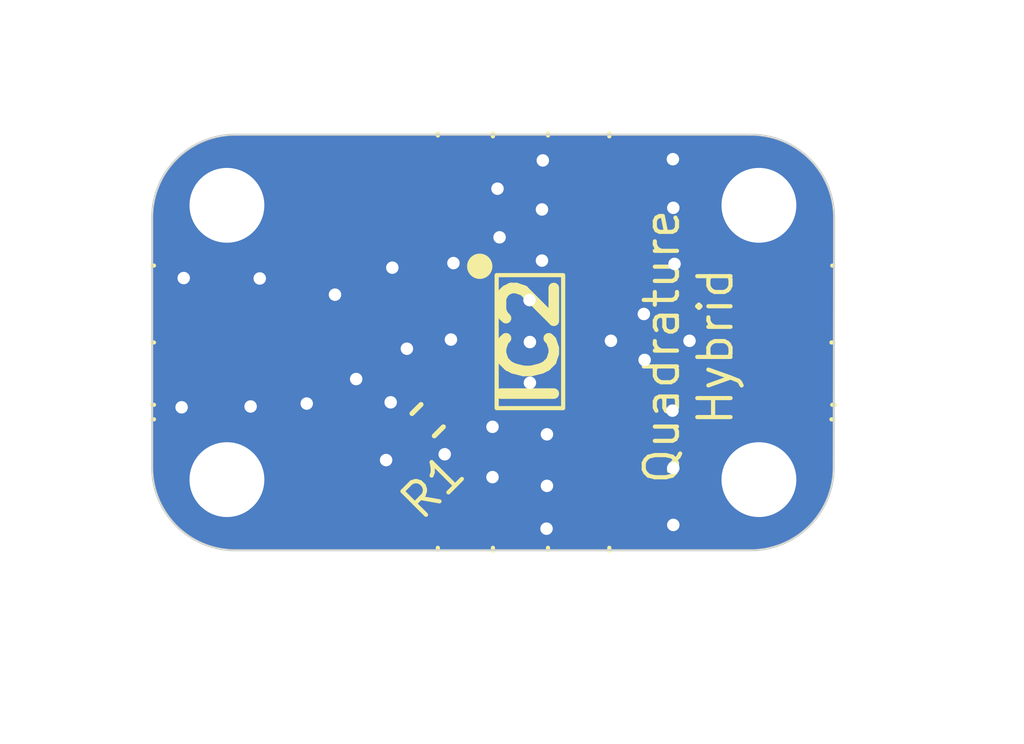
<source format=kicad_pcb>
(kicad_pcb (version 20240108) (generator "pcbnew") (generator_version "8.0")
  (layers (0 "F.Cu" signal) (31 "B.Cu" signal) (34 "B.Paste" user) (35 "F.Paste" user) (36 "B.SilkS" user "B.Silkscreen") (37 "F.SilkS" user "F.Silkscreen") (38 "B.Mask" user) (39 "F.Mask" user) (44 "Edge.Cuts" user))
  (net 0 "")
  (net 1 "GND")
  (net 2 "Net-(IC2-PORT_2_(+90°))")
  (net 3 "Net-(IC2-SUM_PORT)")
  (net 4 "Net-(IC2-50_OHM_TERM_EXTERNAL_)")
  (net 5 "Net-(IC2-PORT_1_(0°))")
  (footprint "Resistor_SMD:R_0402_1005Metric" (layer "F.Cu") (at 87.41 51.55 -135)
    (property "Reference" "R1" (at 1.046518 -1.216224 -135) (layer "F.SilkS") (effects (font (size 0.8 0.8) (thickness 0.1))))
    (property "Value" "R")
    (fp_line (start -0.153641 0.38) (end 0.153641 0.38) (stroke (width 0.12)) (layer "F.SilkS"))
    (fp_line (start -0.153641 -0.38) (end 0.153641 -0.38) (stroke (width 0.12)) (layer "F.SilkS"))
    (pad "1" smd roundrect (at -0.509999 0 225) (size 0.54 0.64) (layers "F.Cu" "F.Paste" "F.Mask") (net 4 "Net-(IC2-50_OHM_TERM_EXTERNAL_)"))
    (pad "2" smd roundrect (at 0.509999 0 225) (size 0.54 0.64) (layers "F.Cu" "F.Paste" "F.Mask") (net 1 "GND"))
  )
  (footprint "MW:Outline_1.5x1" (layer "F.Cu") (at 88.98 49.68)
    (property "Reference" "outline1" (hide yes))
    (property "Value" "~" (hide yes))
    (fp_line (start -8.2 1.5) (end -8.155 1.5) (stroke (width 0.1)) (layer "F.SilkS"))
    (fp_line (start -8.155 -1.849999) (end -8.195 -1.849999) (stroke (width 0.1)) (layer "F.SilkS"))
    (fp_line (start -8.155 0) (end -8.195 0) (stroke (width 0.1)) (layer "F.SilkS"))
    (fp_line (start -8.155 1.849999) (end -8.195 1.849999) (stroke (width 0.1)) (layer "F.SilkS"))
    (fp_line (start -1.325 -5.03) (end -1.325 -4.98) (stroke (width 0.1)) (layer "F.SilkS"))
    (fp_line (start -1.325 4.94) (end -1.325 4.99) (stroke (width 0.1)) (layer "F.SilkS"))
    (fp_line (start 0 -5.03) (end 0 -4.96) (stroke (width 0.1)) (layer "F.SilkS"))
    (fp_line (start 0 4.94) (end 0 5.01) (stroke (width 0.1)) (layer "F.SilkS"))
    (fp_line (start 1.325 -5.03) (end 1.325 -4.98) (stroke (width 0.1)) (layer "F.SilkS"))
    (fp_line (start 1.325 4.94) (end 1.325 4.99) (stroke (width 0.1)) (layer "F.SilkS"))
    (fp_line (start 2.8 -5.03) (end 2.8 -4.96) (stroke (width 0.1)) (layer "F.SilkS"))
    (fp_line (start 2.8 4.94) (end 2.8 5.01) (stroke (width 0.1)) (layer "F.SilkS"))
    (fp_line (start 8.145 0) (end 8.195 0) (stroke (width 0.1)) (layer "F.SilkS"))
    (fp_line (start 8.145 1.849999) (end 8.195 1.849999) (stroke (width 0.1)) (layer "F.SilkS"))
    (fp_line (start 8.165 -1.849999) (end 8.195 -1.849999) (stroke (width 0.1)) (layer "F.SilkS"))
    (fp_line (start 8.225 1.5) (end 8.165 1.5) (stroke (width 0.1)) (layer "F.SilkS"))
    (fp_line (start -8.2 3) (end -8.2 -3) (stroke (width 0.05)) (layer "Edge.Cuts"))
    (fp_line (start -6.2 -5) (end 6.21 -5) (stroke (width 0.05)) (layer "Edge.Cuts"))
    (fp_line (start 6.2 5) (end -6.2 5) (stroke (width 0.05)) (layer "Edge.Cuts"))
    (fp_line (start 8.21 -3) (end 8.2 3) (stroke (width 0.05)) (layer "Edge.Cuts"))
    (fp_arc (start -8.2 -3) (mid -7.614214 -4.414214) (end -6.2 -5) (stroke (width 0.05)) (layer "Edge.Cuts"))
    (fp_arc (start -6.2 5) (mid -7.614214 4.414214) (end -8.2 3) (stroke (width 0.05)) (layer "Edge.Cuts"))
    (fp_arc (start 6.21 -5) (mid 7.624214 -4.414214) (end 8.21 -3) (stroke (width 0.05)) (layer "Edge.Cuts"))
    (fp_arc (start 8.2 3) (mid 7.614214 4.414214) (end 6.2 5) (stroke (width 0.05)) (layer "Edge.Cuts"))
    (pad "1" thru_hole circle (at -6.4 -3.3) (size 3 3) (drill 1.8) (layers "*.Cu" "*.Mask") (net 1 "GND"))
    (pad "1" thru_hole circle (at -6.4 3.3) (size 3 3) (drill 1.8) (layers "*.Cu" "*.Mask") (net 1 "GND"))
    (pad "1" thru_hole circle (at 6.4 -3.3) (size 3 3) (drill 1.8) (layers "*.Cu" "*.Mask") (net 1 "GND"))
    (pad "1" thru_hole circle (at 6.4 3.3) (size 3 3) (drill 1.8) (layers "*.Cu" "*.Mask") (net 1 "GND"))
  )
  (footprint "MUSIC_Lab:SMA_Edge_KD_2mm" (layer "F.Cu") (at 83.004999 49.71)
    (property "Reference" "SMA1" (hide yes))
    (property "Value" "~" (hide yes))
    (pad "1" smd custom (at -0.724999 -0.06) (size 2.6 0.5) (layers "F.Cu" "F.Paste" "F.Mask") (net 3 "Net-(IC2-SUM_PORT)") (options (clearance outline) (anchor rect)) (primitives (gr_rect (start -0.700001 -0.6) (end 0.489999 0.6) (width 0.2) (fill yes)) (gr_poly (pts (xy 0.534999 0.68) (xy 1.054999 0.24) (xy 1.055712 -0.24) (xy 0.534999 -0.68)) (width 0.01) (fill yes)) (gr_poly (pts (xy -0.755001 -0.68) (xy -1.091379 -0.24) (xy -1.089779 0.241169) (xy -0.755001 0.68)) (width 0.01) (fill yes))))
    (zone (net 0) (net_name "") (layer "F.Cu") (connect_pads (clearance 0)) (min_thickness 0.25)
      (keepout (tracks allowed) (vias allowed) (pads allowed) (copperpour not_allowed) (footprints allowed))
      (fill (thermal_gap 0.5) (thermal_bridge_width 0.5))
      (polygon (pts (xy 80.824999 48.53) (xy 83.964999 48.52) (xy 85.084999 49.18) (xy 85.084999 50.33) (xy 85.084999 50.32) (xy 83.955393 50.83) (xy 80.844999 50.83) (xy 80.824999 50.81)))
    )
  )
  (footprint "MUSIC_Lab:Hybrid_QCN3" (layer "F.Cu") (at 89.87 49.67 -90)
    (property "Reference" "IC2" (at 0 0 90) (layer "F.SilkS") (effects (font (size 1.27 1.27) (thickness 0.254))))
    (property "Value" "Hybrid_QCN-3+" (hide yes))
    (fp_rect (start -1.61 -0.8) (end 1.59 0.8) (stroke (width 0.1)) (fill none) (layer "F.SilkS"))
    (fp_circle (center -1.822982 1.207018) (end -1.568424 1.207018) (stroke (width 0.1)) (fill solid) (layer "F.SilkS"))
    (pad "1" smd rect (at -0.99 1.025 270) (size 0.61 1.07) (layers "F.Cu" "F.Paste" "F.Mask") (net 3 "Net-(IC2-SUM_PORT)"))
    (pad "2" smd rect (at 0 1.025 270) (size 0.61 1.07) (layers "F.Cu" "F.Paste" "F.Mask") (net 1 "GND"))
    (pad "3" smd rect (at 0.99 1.025 270) (size 0.61 1.07) (layers "F.Cu" "F.Paste" "F.Mask") (net 4 "Net-(IC2-50_OHM_TERM_EXTERNAL_)"))
    (pad "4" smd rect (at 0.99 -1.025 270) (size 0.61 1.07) (layers "F.Cu" "F.Paste" "F.Mask") (net 5 "Net-(IC2-PORT_1_(0°))"))
    (pad "5" smd rect (at 0 -1.025 270) (size 0.61 1.07) (layers "F.Cu" "F.Paste" "F.Mask") (net 1 "GND"))
    (pad "6" smd rect (at -0.99 -1.025 270) (size 0.61 1.07) (layers "F.Cu" "F.Paste" "F.Mask") (net 2 "Net-(IC2-PORT_2_(+90°))"))
  )
  (footprint "MUSIC_Lab:SMA_Edge_KD_2mm" (layer "F.Cu") (at 91.72 46.8875 -90)
    (property "Reference" "SMA3" (hide yes))
    (property "Value" "~" (hide yes))
    (pad "1" smd custom (at -0.724999 -0.06 270) (size 2.6 0.5) (layers "F.Cu" "F.Paste" "F.Mask") (net 2 "Net-(IC2-PORT_2_(+90°))") (options (clearance outline) (anchor rect)) (primitives (gr_rect (start -0.700001 -0.6) (end 0.489999 0.6) (width 0.2) (fill yes)) (gr_poly (pts (xy 0.534999 0.68) (xy 1.054999 0.24) (xy 1.055712 -0.24) (xy 0.534999 -0.68)) (width 0.01) (fill yes)) (gr_poly (pts (xy -0.755001 -0.68) (xy -1.091379 -0.24) (xy -1.089779 0.241169) (xy -0.755001 0.68)) (width 0.01) (fill yes))))
    (zone (net 0) (net_name "") (layer "F.Cu") (connect_pads (clearance 0)) (min_thickness 0.25)
      (keepout (tracks allowed) (vias allowed) (pads allowed) (copperpour not_allowed) (footprints allowed))
      (fill (thermal_gap 0.5) (thermal_bridge_width 0.5))
      (polygon (pts (xy 92.9 44.7075) (xy 92.91 47.8475) (xy 92.25 48.9675) (xy 91.1 48.9675) (xy 91.11 48.9675) (xy 90.6 47.837894) (xy 90.6 44.7275) (xy 90.62 44.7075)))
    )
  )
  (footprint "MUSIC_Lab:SMA_Edge_KD_2mm" (layer "F.Cu") (at 91.840001 52.4525 90)
    (property "Reference" "SMA2" (hide yes))
    (property "Value" "~" (hide yes))
    (pad "1" smd custom (at -0.724999 -0.06 90) (size 2.6 0.5) (layers "F.Cu" "F.Paste" "F.Mask") (net 5 "Net-(IC2-PORT_1_(0°))") (options (clearance outline) (anchor rect)) (primitives (gr_rect (start -0.700001 -0.6) (end 0.489999 0.6) (width 0.2) (fill yes)) (gr_poly (pts (xy 0.534999 0.68) (xy 1.054999 0.24) (xy 1.055712 -0.24) (xy 0.534999 -0.68)) (width 0.01) (fill yes)) (gr_poly (pts (xy -0.755001 -0.68) (xy -1.091379 -0.24) (xy -1.089779 0.241169) (xy -0.755001 0.68)) (width 0.01) (fill yes))))
    (zone (net 0) (net_name "") (layer "F.Cu") (connect_pads (clearance 0)) (min_thickness 0.25)
      (keepout (tracks allowed) (vias allowed) (pads allowed) (copperpour not_allowed) (footprints allowed))
      (fill (thermal_gap 0.5) (thermal_bridge_width 0.5))
      (polygon (pts (xy 90.660001 54.6325) (xy 90.650001 51.4925) (xy 91.310001 50.3725) (xy 92.460001 50.3725) (xy 92.450001 50.3725) (xy 92.960001 51.502106) (xy 92.960001 54.6125) (xy 92.940001 54.6325)))
    )
  )
  (gr_text "Quadrature\nHybrid" (at 94.8 49.78 90) (layer "F.SilkS") (effects (font (size 0.8 0.8) (thickness 0.1)) (justify bottom)))
  (via (at 88.97 51.71) (size 0.5) (drill 0.3) (layers "F.Cu" "B.Cu") (net 1))
  (via (at 93.32 54.07) (size 0.5) (drill 0.3) (layers "F.Cu" "B.Cu") (net 1))
  (via (at 93.35 47.79) (size 0.5) (drill 0.3) (layers "F.Cu" "B.Cu") (net 1))
  (via (at 92.63 50.1) (size 0.5) (drill 0.3) (layers "F.Cu" "B.Cu") (net 1))
  (via (at 89.87 49.67) (size 0.5) (drill 0.3) (layers "F.Cu" "B.Cu") (net 1))
  (via (at 93.71 49.64) (size 0.5) (drill 0.3) (layers "F.Cu" "B.Cu") (net 1))
  (via (at 92.611679 48.994774) (size 0.5) (drill 0.3) (layers "F.Cu" "B.Cu") (net 1))
  (via (at 87.82 52.37) (size 0.5) (drill 0.3) (layers "F.Cu" "B.Cu") (net 1))
  (via (at 91.82 49.64) (size 0.5) (drill 0.3) (layers "F.Cu" "B.Cu") (net 1))
  (via (at 88.97 52.92) (size 0.5) (drill 0.3) (layers "F.Cu" "B.Cu") (net 1))
  (via (at 90.27 54.16) (size 0.5) (drill 0.3) (layers "F.Cu" "B.Cu") (net 1))
  (via (at 89.87 50.65) (size 0.5) (drill 0.3) (layers "F.Cu" "B.Cu") (net 1))
  (via (at 81.49 51.24) (size 0.5) (drill 0.3) (layers "F.Cu" "B.Cu") (net 1))
  (via (at 88.03 47.77) (size 0.5) (drill 0.3) (layers "F.Cu" "B.Cu") (net 1))
  (via (at 93.32 46.44) (size 0.5) (drill 0.3) (layers "F.Cu" "B.Cu") (net 1))
  (via (at 90.16 47.71) (size 0.5) (drill 0.3) (layers "F.Cu" "B.Cu") (net 1))
  (via (at 85.18 48.53) (size 0.5) (drill 0.3) (layers "F.Cu" "B.Cu") (net 1))
  (via (at 86.52 51.12) (size 0.5) (drill 0.3) (layers "F.Cu" "B.Cu") (net 1))
  (via (at 83.15 51.22) (size 0.5) (drill 0.3) (layers "F.Cu" "B.Cu") (net 1))
  (via (at 84.5 51.15) (size 0.5) (drill 0.3) (layers "F.Cu" "B.Cu") (net 1))
  (via (at 90.16 46.48) (size 0.5) (drill 0.3) (layers "F.Cu" "B.Cu") (net 1))
  (via (at 81.54 48.13) (size 0.5) (drill 0.3) (layers "F.Cu" "B.Cu") (net 1))
  (via (at 93.32 52.7) (size 0.5) (drill 0.3) (layers "F.Cu" "B.Cu") (net 1))
  (via (at 85.69 50.56) (size 0.5) (drill 0.3) (layers "F.Cu" "B.Cu") (net 1))
  (via (at 93.31 45.27) (size 0.5) (drill 0.3) (layers "F.Cu" "B.Cu") (net 1))
  (via (at 89.09 45.98) (size 0.5) (drill 0.3) (layers "F.Cu" "B.Cu") (net 1))
  (via (at 86.56 47.88) (size 0.5) (drill 0.3) (layers "F.Cu" "B.Cu") (net 1))
  (via (at 86.91 49.83) (size 0.5) (drill 0.3) (layers "F.Cu" "B.Cu") (net 1))
  (via (at 90.18 45.3) (size 0.5) (drill 0.3) (layers "F.Cu" "B.Cu") (net 1))
  (via (at 83.37 48.14) (size 0.5) (drill 0.3) (layers "F.Cu" "B.Cu") (net 1))
  (via (at 89.86 48.66) (size 0.5) (drill 0.3) (layers "F.Cu" "B.Cu") (net 1))
  (via (at 90.28 53.13) (size 0.5) (drill 0.3) (layers "F.Cu" "B.Cu") (net 1))
  (via (at 90.28 51.89) (size 0.5) (drill 0.3) (layers "F.Cu" "B.Cu") (net 1))
  (via (at 89.14 47.15) (size 0.5) (drill 0.3) (layers "F.Cu" "B.Cu") (net 1))
  (via (at 86.41 52.51) (size 0.5) (drill 0.3) (layers "F.Cu" "B.Cu") (net 1))
  (via (at 93.3 51.32) (size 0.5) (drill 0.3) (layers "F.Cu" "B.Cu") (net 1))
  (via (at 87.97 49.61) (size 0.5) (drill 0.3) (layers "F.Cu" "B.Cu") (net 1))
  (segment (start 91.78 47.795) (end 90.895 48.68) (width 0.6) (layer "F.Cu") (net 2))
  (segment (start 91.78 46.162501) (end 91.78 47.795) (width 0.6) (layer "F.Cu") (net 2))
  (segment (start 82.28 49.65) (end 84.964101 49.65) (width 0.6) (layer "F.Cu") (net 3))
  (segment (start 88.842912 48.682088) (end 88.845 48.68) (width 0.6) (layer "F.Cu") (net 3))
  (segment (start 87.175736 48.682088) (end 88.842912 48.682088) (width 0.6) (layer "F.Cu") (net 3))
  (arc (start 84.964101 49.65) (mid 85.597789 49.523952) (end 86.135 49.165) (width 0.6) (layer "F.Cu") (net 3))
  (arc (start 86.135 49.165) (mid 86.612637 48.832105) (end 87.175736 48.682088) (width 0.6) (layer "F.Cu") (net 3))
  (segment (start 88.3 50.66) (end 88.845 50.66) (width 0.6) (layer "F.Cu") (net 4))
  (segment (start 87.770624 51.189376) (end 88.3 50.66) (width 0.6) (layer "F.Cu") (net 4))
  (segment (start 91.780001 51.545001) (end 90.895 50.66) (width 0.6) (layer "F.Cu") (net 5))
  (segment (start 91.780001 53.177499) (end 91.780001 51.545001) (width 0.6) (layer "F.Cu") (net 5))
  (zone (net 1) (net_name "GND") (layers "F&B.Cu") (connect_pads yes (clearance 0.15)) (min_thickness 0.25) (fill yes (thermal_gap 0.5) (thermal_bridge_width 0.5))
    (polygon (pts (xy 77.12 41.55) (xy 101.26 41.44) (xy 101.76 58.85) (xy 77.4 59.35)))
  )
)
</source>
